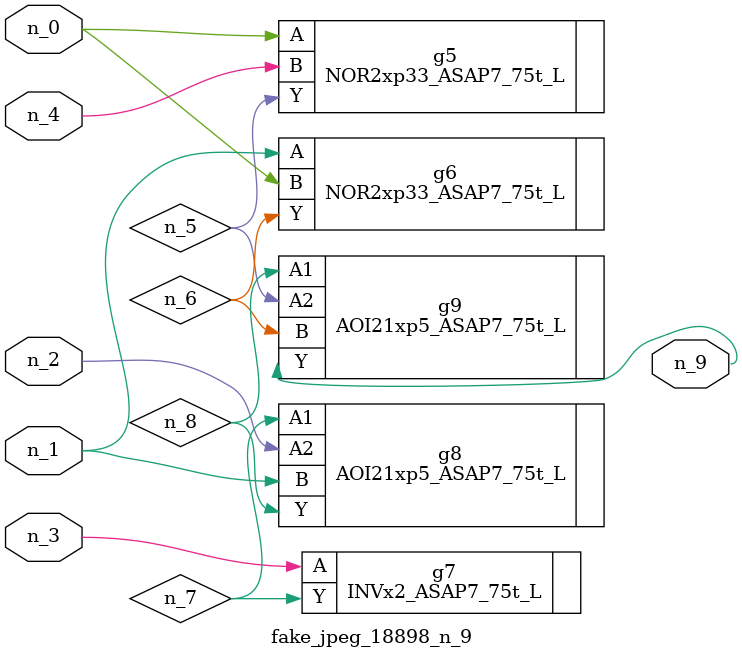
<source format=v>
module fake_jpeg_18898_n_9 (n_3, n_2, n_1, n_0, n_4, n_9);

input n_3;
input n_2;
input n_1;
input n_0;
input n_4;

output n_9;

wire n_8;
wire n_6;
wire n_5;
wire n_7;

NOR2xp33_ASAP7_75t_L g5 ( 
.A(n_0),
.B(n_4),
.Y(n_5)
);

NOR2xp33_ASAP7_75t_L g6 ( 
.A(n_1),
.B(n_0),
.Y(n_6)
);

INVx2_ASAP7_75t_L g7 ( 
.A(n_3),
.Y(n_7)
);

AOI21xp5_ASAP7_75t_L g8 ( 
.A1(n_7),
.A2(n_2),
.B(n_1),
.Y(n_8)
);

AOI21xp5_ASAP7_75t_L g9 ( 
.A1(n_8),
.A2(n_5),
.B(n_6),
.Y(n_9)
);


endmodule
</source>
